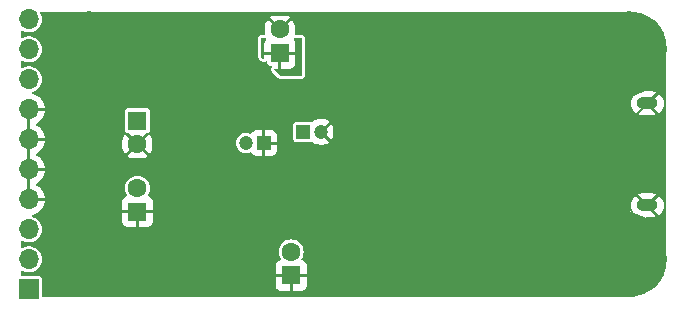
<source format=gbr>
%TF.GenerationSoftware,KiCad,Pcbnew,7.0.6*%
%TF.CreationDate,2024-03-05T13:52:18+08:00*%
%TF.ProjectId,TypeC2DoubleVoltage,54797065-4332-4446-9f75-626c65566f6c,rev?*%
%TF.SameCoordinates,Original*%
%TF.FileFunction,Copper,L2,Bot*%
%TF.FilePolarity,Positive*%
%FSLAX46Y46*%
G04 Gerber Fmt 4.6, Leading zero omitted, Abs format (unit mm)*
G04 Created by KiCad (PCBNEW 7.0.6) date 2024-03-05 13:52:18*
%MOMM*%
%LPD*%
G01*
G04 APERTURE LIST*
%TA.AperFunction,ComponentPad*%
%ADD10R,1.200000X1.200000*%
%TD*%
%TA.AperFunction,ComponentPad*%
%ADD11C,1.200000*%
%TD*%
%TA.AperFunction,ComponentPad*%
%ADD12C,6.400000*%
%TD*%
%TA.AperFunction,ComponentPad*%
%ADD13R,1.600000X1.600000*%
%TD*%
%TA.AperFunction,ComponentPad*%
%ADD14C,1.600000*%
%TD*%
%TA.AperFunction,ComponentPad*%
%ADD15O,1.800000X1.000000*%
%TD*%
%TA.AperFunction,ComponentPad*%
%ADD16R,1.700000X1.700000*%
%TD*%
%TA.AperFunction,ComponentPad*%
%ADD17O,1.700000X1.700000*%
%TD*%
%TA.AperFunction,ViaPad*%
%ADD18C,0.812800*%
%TD*%
G04 APERTURE END LIST*
D10*
%TO.P,C10,1*%
%TO.N,Net-(U2-ADJ)*%
X94690000Y-88520000D03*
D11*
%TO.P,C10,2*%
%TO.N,GNDREF*%
X96190000Y-88520000D03*
%TD*%
D12*
%TO.P,H2,1,1*%
%TO.N,GNDREF*%
X76505000Y-99315000D03*
%TD*%
D13*
%TO.P,C19,1*%
%TO.N,GNDREF*%
X93650000Y-100680000D03*
D14*
%TO.P,C19,2*%
%TO.N,/U4_Vin*%
X93650000Y-98680000D03*
%TD*%
D13*
%TO.P,C8,1*%
%TO.N,/U2_Vin*%
X92697500Y-81852500D03*
D14*
%TO.P,C8,2*%
%TO.N,GNDREF*%
X92697500Y-79852500D03*
%TD*%
D15*
%TO.P,J1,S1,SHIELD*%
%TO.N,GNDREF*%
X120002500Y-94745000D03*
X123802500Y-94745000D03*
X120002500Y-86105000D03*
X123802500Y-86105000D03*
%TD*%
D13*
%TO.P,C11,1*%
%TO.N,+12V*%
X80632500Y-87567500D03*
D14*
%TO.P,C11,2*%
%TO.N,GNDREF*%
X80632500Y-89567500D03*
%TD*%
D12*
%TO.P,H4,1,1*%
%TO.N,GNDREF*%
X122225000Y-99315000D03*
%TD*%
%TO.P,H1,1,1*%
%TO.N,GNDREF*%
X76505000Y-81535000D03*
%TD*%
D13*
%TO.P,C22,1*%
%TO.N,GNDREF*%
X80632500Y-95282500D03*
D14*
%TO.P,C22,2*%
%TO.N,-12V*%
X80632500Y-93282500D03*
%TD*%
D16*
%TO.P,J2,1,Pin_1*%
%TO.N,-12V*%
X71425000Y-101855000D03*
D17*
%TO.P,J2,2,Pin_2*%
X71425000Y-99315000D03*
%TO.P,J2,3,Pin_3*%
X71425000Y-96775000D03*
%TO.P,J2,4,Pin_4*%
%TO.N,GNDREF*%
X71425000Y-94235000D03*
%TO.P,J2,5,Pin_5*%
X71425000Y-91695000D03*
%TO.P,J2,6,Pin_6*%
X71425000Y-89155000D03*
%TO.P,J2,7,Pin_7*%
X71425000Y-86615000D03*
%TO.P,J2,8,Pin_8*%
%TO.N,+12V*%
X71425000Y-84075000D03*
%TO.P,J2,9,Pin_9*%
X71425000Y-81535000D03*
%TO.P,J2,10,Pin_10*%
X71425000Y-78995000D03*
%TD*%
D10*
%TO.P,C21,1*%
%TO.N,GNDREF*%
X91340000Y-89472500D03*
D11*
%TO.P,C21,2*%
%TO.N,Net-(U4-ADJ)*%
X89840000Y-89472500D03*
%TD*%
D12*
%TO.P,H3,1,1*%
%TO.N,GNDREF*%
X122225000Y-81535000D03*
%TD*%
D18*
%TO.N,GNDREF*%
X89205000Y-101855000D03*
X103175000Y-78995000D03*
X77775000Y-85345000D03*
X76505000Y-89155000D03*
X85395000Y-78995000D03*
X99365000Y-90425000D03*
X89205000Y-78995000D03*
X81585000Y-99315000D03*
X117145000Y-101855000D03*
X118415000Y-78995000D03*
X82855000Y-101855000D03*
X80315000Y-99315000D03*
X100635000Y-78995000D03*
X75235000Y-85345000D03*
X110160000Y-88520000D03*
X94285000Y-91695000D03*
X79045000Y-91695000D03*
X82855000Y-98045000D03*
X77140000Y-94870000D03*
X89205000Y-87885000D03*
X114605000Y-78995000D03*
X118415000Y-101855000D03*
X90475000Y-87885000D03*
X99365000Y-78995000D03*
X90475000Y-101855000D03*
X75235000Y-91695000D03*
X113335000Y-101855000D03*
X91745000Y-91695000D03*
X106985000Y-101855000D03*
X81585000Y-101855000D03*
X81585000Y-100585000D03*
X110795000Y-101855000D03*
X93015000Y-90425000D03*
X104445000Y-78995000D03*
X86665000Y-78995000D03*
X105715000Y-78995000D03*
X81585000Y-78995000D03*
X96825000Y-90425000D03*
X101905000Y-91060000D03*
X115875000Y-78995000D03*
X101905000Y-78995000D03*
X91745000Y-87885000D03*
X109525000Y-78995000D03*
X85395000Y-87885000D03*
X76505000Y-91695000D03*
X75235000Y-90425000D03*
X82855000Y-89155000D03*
X80315000Y-78995000D03*
X82855000Y-96775000D03*
X73965000Y-89155000D03*
X108255000Y-101855000D03*
X109525000Y-101855000D03*
X124765000Y-92965000D03*
X103175000Y-80265000D03*
X80315000Y-100585000D03*
X94285000Y-78995000D03*
X76505000Y-85345000D03*
X95555000Y-78995000D03*
X101905000Y-81535000D03*
X91745000Y-101855000D03*
X114528800Y-90425000D03*
X108890000Y-87250000D03*
X78410000Y-94870000D03*
X124765000Y-89155000D03*
X93015000Y-91695000D03*
X73965000Y-90425000D03*
X105715000Y-101855000D03*
X90475000Y-78995000D03*
X95555000Y-90425000D03*
X104445000Y-101855000D03*
X115875000Y-101855000D03*
X100635000Y-101855000D03*
X124765000Y-91695000D03*
X110795000Y-78995000D03*
X77775000Y-91695000D03*
X82855000Y-100585000D03*
X124765000Y-90425000D03*
X100635000Y-91060000D03*
X85395000Y-101855000D03*
X86665000Y-101855000D03*
X101905000Y-80265000D03*
X79045000Y-84075000D03*
X79045000Y-90425000D03*
X85395000Y-89155000D03*
X82855000Y-99315000D03*
X73965000Y-91695000D03*
X86665000Y-87885000D03*
X87935000Y-101855000D03*
X77775000Y-90425000D03*
X75235000Y-89155000D03*
X82855000Y-95505000D03*
X98095000Y-90425000D03*
X84125000Y-87885000D03*
X95555000Y-101855000D03*
X87935000Y-87885000D03*
X77775000Y-89155000D03*
X80315000Y-101855000D03*
X124765000Y-87885000D03*
X84125000Y-101855000D03*
X80315000Y-98045000D03*
X108255000Y-78995000D03*
X87935000Y-78995000D03*
X84125000Y-78995000D03*
X76505000Y-90425000D03*
X98095000Y-78995000D03*
X106985000Y-78995000D03*
X113335000Y-78995000D03*
X95555000Y-91695000D03*
X79045000Y-85345000D03*
X84125000Y-89155000D03*
X103175000Y-101855000D03*
X108890000Y-88520000D03*
X75870000Y-94870000D03*
X82855000Y-78995000D03*
X101905000Y-101855000D03*
X94285000Y-90425000D03*
X81585000Y-98045000D03*
X82855000Y-87885000D03*
X96825000Y-78995000D03*
X112065000Y-78995000D03*
%TD*%
%TA.AperFunction,Conductor*%
%TO.N,GNDREF*%
G36*
X79764039Y-93921658D02*
G01*
X79741287Y-93967793D01*
X79715566Y-93983929D01*
X79586536Y-94032055D01*
X79586534Y-94032056D01*
X79469596Y-94119596D01*
X79382056Y-94236534D01*
X79382055Y-94236536D01*
X79331005Y-94373404D01*
X79331004Y-94373407D01*
X79324500Y-94433906D01*
X79324500Y-95155500D01*
X80248279Y-95155500D01*
X80247335Y-95157352D01*
X80227514Y-95282500D01*
X80247335Y-95407648D01*
X80248279Y-95409500D01*
X79324500Y-95409500D01*
X79324500Y-96131093D01*
X79331004Y-96191592D01*
X79331005Y-96191595D01*
X79382055Y-96328463D01*
X79382056Y-96328465D01*
X79469596Y-96445403D01*
X79586534Y-96532943D01*
X79586536Y-96532944D01*
X79723404Y-96583994D01*
X79723407Y-96583995D01*
X79783906Y-96590499D01*
X79783918Y-96590500D01*
X80505500Y-96590500D01*
X80505500Y-95666721D01*
X80507352Y-95667665D01*
X80601019Y-95682500D01*
X80663981Y-95682500D01*
X80757648Y-95667665D01*
X80759500Y-95666721D01*
X80759500Y-96590500D01*
X81481082Y-96590500D01*
X81481093Y-96590499D01*
X81541592Y-96583995D01*
X81541595Y-96583994D01*
X81678463Y-96532944D01*
X81678465Y-96532943D01*
X81795403Y-96445403D01*
X81882943Y-96328465D01*
X81882944Y-96328463D01*
X81933994Y-96191595D01*
X81933995Y-96191592D01*
X81940499Y-96131093D01*
X81940500Y-96131081D01*
X81940500Y-95409500D01*
X81016721Y-95409500D01*
X81017665Y-95407648D01*
X81037486Y-95282500D01*
X81017665Y-95157352D01*
X81016721Y-95155500D01*
X81940500Y-95155500D01*
X81940500Y-94433918D01*
X81940499Y-94433906D01*
X81933995Y-94373407D01*
X81933994Y-94373404D01*
X81882944Y-94236536D01*
X81882943Y-94236534D01*
X81795403Y-94119596D01*
X81678465Y-94032056D01*
X81678463Y-94032055D01*
X81549433Y-93983929D01*
X81510292Y-93950552D01*
X81504734Y-93917500D01*
X82220000Y-93917500D01*
X82220000Y-96775000D01*
X79045000Y-96775000D01*
X79045000Y-93917500D01*
X79763022Y-93917500D01*
X79764039Y-93921658D01*
G37*
%TD.AperFunction*%
%TD*%
%TA.AperFunction,Conductor*%
%TO.N,GNDREF*%
G36*
X122225981Y-78360552D02*
G01*
X122359350Y-78367540D01*
X122554874Y-78377787D01*
X122558762Y-78378196D01*
X122883079Y-78429563D01*
X122886916Y-78430379D01*
X123204074Y-78515362D01*
X123207809Y-78516575D01*
X123514361Y-78634250D01*
X123517933Y-78635840D01*
X123810498Y-78784909D01*
X123813904Y-78786877D01*
X124089272Y-78965704D01*
X124092446Y-78968009D01*
X124309974Y-79144159D01*
X124347625Y-79174648D01*
X124350541Y-79177273D01*
X124582725Y-79409457D01*
X124585351Y-79412374D01*
X124791988Y-79667549D01*
X124794295Y-79670727D01*
X124973122Y-79946095D01*
X124975092Y-79949505D01*
X125124157Y-80242063D01*
X125125753Y-80245647D01*
X125221001Y-80493775D01*
X125243420Y-80552179D01*
X125244637Y-80555925D01*
X125329620Y-80873083D01*
X125330439Y-80876935D01*
X125381801Y-81201224D01*
X125382213Y-81205141D01*
X125399447Y-81534016D01*
X125399499Y-81535984D01*
X125399499Y-84339792D01*
X122225000Y-85662500D01*
X122225000Y-95187500D01*
X125399499Y-96510208D01*
X125399500Y-99243395D01*
X125399500Y-99314013D01*
X125399448Y-99315982D01*
X125382213Y-99644858D01*
X125381801Y-99648775D01*
X125330439Y-99973064D01*
X125329620Y-99976916D01*
X125244637Y-100294074D01*
X125243420Y-100297820D01*
X125125759Y-100604339D01*
X125124157Y-100607936D01*
X124975092Y-100900494D01*
X124973122Y-100903904D01*
X124794295Y-101179272D01*
X124791981Y-101182459D01*
X124585351Y-101437625D01*
X124582716Y-101440552D01*
X124350552Y-101672716D01*
X124347625Y-101675351D01*
X124092459Y-101881981D01*
X124089272Y-101884295D01*
X123813904Y-102063122D01*
X123810494Y-102065092D01*
X123517936Y-102214157D01*
X123514345Y-102215756D01*
X123361079Y-102274589D01*
X123207820Y-102333420D01*
X123204074Y-102334637D01*
X122886916Y-102419620D01*
X122883064Y-102420439D01*
X122558775Y-102471801D01*
X122554858Y-102472213D01*
X122225982Y-102489448D01*
X122224013Y-102489500D01*
X72604700Y-102489500D01*
X72556362Y-102471907D01*
X72530642Y-102427358D01*
X72529500Y-102414300D01*
X72529500Y-102172500D01*
X92062500Y-102172500D01*
X95237500Y-102172500D01*
X95237500Y-99315000D01*
X94493016Y-99315000D01*
X94531027Y-99268683D01*
X94628945Y-99085492D01*
X94689242Y-98886718D01*
X94709602Y-98680000D01*
X94689242Y-98473282D01*
X94628945Y-98274508D01*
X94531027Y-98091317D01*
X94531023Y-98091312D01*
X94531021Y-98091309D01*
X94399252Y-97930747D01*
X94238690Y-97798978D01*
X94238685Y-97798974D01*
X94238683Y-97798973D01*
X94238680Y-97798971D01*
X94238678Y-97798970D01*
X94055497Y-97701057D01*
X94055485Y-97701052D01*
X93856715Y-97640757D01*
X93856716Y-97640757D01*
X93672583Y-97622622D01*
X93650000Y-97620398D01*
X93649999Y-97620398D01*
X93443283Y-97640757D01*
X93244514Y-97701052D01*
X93244502Y-97701057D01*
X93061321Y-97798970D01*
X93061309Y-97798978D01*
X92900747Y-97930747D01*
X92768978Y-98091309D01*
X92768970Y-98091321D01*
X92671057Y-98274502D01*
X92671052Y-98274514D01*
X92610757Y-98473283D01*
X92590398Y-98680000D01*
X92610757Y-98886716D01*
X92671052Y-99085485D01*
X92671057Y-99085497D01*
X92768970Y-99268678D01*
X92768978Y-99268690D01*
X92806983Y-99315000D01*
X92062500Y-99315000D01*
X92062500Y-102172500D01*
X72529500Y-102172500D01*
X72529499Y-100979932D01*
X72529498Y-100979931D01*
X72514734Y-100905699D01*
X72458484Y-100821516D01*
X72374301Y-100765266D01*
X72374299Y-100765265D01*
X72300068Y-100750500D01*
X72300067Y-100750500D01*
X70865700Y-100750500D01*
X70817362Y-100732907D01*
X70791642Y-100688358D01*
X70790500Y-100675300D01*
X70790500Y-100356224D01*
X70808093Y-100307886D01*
X70852642Y-100282166D01*
X70903300Y-100291099D01*
X70905289Y-100292289D01*
X70930566Y-100307941D01*
X70930569Y-100307941D01*
X70930573Y-100307944D01*
X71121444Y-100381888D01*
X71322653Y-100419500D01*
X71322658Y-100419500D01*
X71527342Y-100419500D01*
X71527347Y-100419500D01*
X71728556Y-100381888D01*
X71919427Y-100307944D01*
X72093462Y-100200186D01*
X72244732Y-100062285D01*
X72368088Y-99898935D01*
X72459328Y-99715701D01*
X72515345Y-99518821D01*
X72534232Y-99315000D01*
X72515345Y-99111179D01*
X72515343Y-99111173D01*
X72515343Y-99111170D01*
X72459330Y-98914307D01*
X72459328Y-98914299D01*
X72445593Y-98886716D01*
X72368090Y-98731068D01*
X72244735Y-98567718D01*
X72244732Y-98567715D01*
X72093464Y-98429815D01*
X71919430Y-98322057D01*
X71728557Y-98248112D01*
X71695021Y-98241843D01*
X71527347Y-98210500D01*
X71322653Y-98210500D01*
X71188513Y-98235574D01*
X71121442Y-98248112D01*
X70930570Y-98322057D01*
X70930568Y-98322057D01*
X70905288Y-98337711D01*
X70854928Y-98348200D01*
X70809609Y-98323864D01*
X70790536Y-98276091D01*
X70790500Y-98273775D01*
X70790500Y-97816224D01*
X70808093Y-97767886D01*
X70852642Y-97742166D01*
X70903300Y-97751099D01*
X70905289Y-97752289D01*
X70930566Y-97767941D01*
X70930569Y-97767941D01*
X70930573Y-97767944D01*
X71121444Y-97841888D01*
X71322653Y-97879500D01*
X71322658Y-97879500D01*
X71527342Y-97879500D01*
X71527347Y-97879500D01*
X71728556Y-97841888D01*
X71919427Y-97767944D01*
X72093462Y-97660186D01*
X72244732Y-97522285D01*
X72368088Y-97358935D01*
X72459328Y-97175701D01*
X72515345Y-96978821D01*
X72534232Y-96775000D01*
X79045000Y-96775000D01*
X82220000Y-96775000D01*
X82220000Y-93917500D01*
X81475516Y-93917500D01*
X81513527Y-93871183D01*
X81611445Y-93687992D01*
X81671742Y-93489218D01*
X81692102Y-93282500D01*
X81671742Y-93075782D01*
X81611445Y-92877008D01*
X81513527Y-92693817D01*
X81513523Y-92693812D01*
X81513521Y-92693809D01*
X81381752Y-92533247D01*
X81221190Y-92401478D01*
X81221185Y-92401474D01*
X81221183Y-92401473D01*
X81221180Y-92401471D01*
X81221178Y-92401470D01*
X81037997Y-92303557D01*
X81037985Y-92303552D01*
X80839215Y-92243257D01*
X80839216Y-92243257D01*
X80655083Y-92225122D01*
X80632500Y-92222898D01*
X80632499Y-92222898D01*
X80425783Y-92243257D01*
X80227014Y-92303552D01*
X80227002Y-92303557D01*
X80043821Y-92401470D01*
X80043809Y-92401478D01*
X79883247Y-92533247D01*
X79751478Y-92693809D01*
X79751470Y-92693821D01*
X79653557Y-92877002D01*
X79653552Y-92877014D01*
X79593257Y-93075783D01*
X79572898Y-93282500D01*
X79593257Y-93489216D01*
X79653552Y-93687985D01*
X79653557Y-93687997D01*
X79751470Y-93871178D01*
X79751478Y-93871190D01*
X79789483Y-93917500D01*
X79045000Y-93917500D01*
X79045000Y-96775000D01*
X72534232Y-96775000D01*
X72515345Y-96571179D01*
X72515343Y-96571173D01*
X72515343Y-96571170D01*
X72459330Y-96374307D01*
X72459328Y-96374299D01*
X72456450Y-96368520D01*
X72368090Y-96191068D01*
X72244735Y-96027718D01*
X72244732Y-96027715D01*
X72093464Y-95889815D01*
X71984747Y-95822500D01*
X73330000Y-95822500D01*
X73330000Y-90742500D01*
X79362500Y-90742500D01*
X81902500Y-90742500D01*
X81902500Y-89472499D01*
X88980793Y-89472499D01*
X88999568Y-89651135D01*
X89055076Y-89821973D01*
X89144886Y-89977529D01*
X89265079Y-90111016D01*
X89265084Y-90111020D01*
X89410394Y-90216594D01*
X89410395Y-90216594D01*
X89410396Y-90216595D01*
X89574490Y-90289654D01*
X89750188Y-90327000D01*
X89750190Y-90327000D01*
X89929810Y-90327000D01*
X89929812Y-90327000D01*
X90105510Y-90289654D01*
X90157500Y-90266506D01*
X90157500Y-90742500D01*
X92697500Y-90742500D01*
X92697500Y-89145067D01*
X93835500Y-89145067D01*
X93835501Y-89145068D01*
X93850266Y-89219301D01*
X93906516Y-89303484D01*
X93990699Y-89359734D01*
X94064933Y-89374500D01*
X94690000Y-89374499D01*
X94690000Y-90107500D01*
X97230000Y-90107500D01*
X97230000Y-86932500D01*
X94690000Y-86932500D01*
X94690000Y-87665500D01*
X94064932Y-87665500D01*
X94064931Y-87665501D01*
X93990699Y-87680266D01*
X93906516Y-87736516D01*
X93850266Y-87820698D01*
X93850265Y-87820700D01*
X93835500Y-87894932D01*
X93835500Y-89145067D01*
X92697500Y-89145067D01*
X92697500Y-88202500D01*
X90157500Y-88202500D01*
X90157500Y-88678492D01*
X90105513Y-88655347D01*
X90105511Y-88655346D01*
X90105510Y-88655346D01*
X89929812Y-88618000D01*
X89750188Y-88618000D01*
X89662339Y-88636672D01*
X89574488Y-88655346D01*
X89410393Y-88728406D01*
X89265084Y-88833979D01*
X89265079Y-88833983D01*
X89144886Y-88967470D01*
X89055076Y-89123026D01*
X88999568Y-89293864D01*
X88980793Y-89472499D01*
X81902500Y-89472499D01*
X81902500Y-88202500D01*
X81687000Y-88202500D01*
X81686999Y-86742434D01*
X81672234Y-86668199D01*
X81615984Y-86584016D01*
X81531801Y-86527766D01*
X81531799Y-86527765D01*
X81457567Y-86513000D01*
X79807432Y-86513000D01*
X79807431Y-86513001D01*
X79733199Y-86527766D01*
X79649016Y-86584016D01*
X79592766Y-86668198D01*
X79592765Y-86668200D01*
X79578000Y-86742432D01*
X79578000Y-88202500D01*
X79362500Y-88202500D01*
X79362500Y-90742500D01*
X73330000Y-90742500D01*
X73330000Y-85027500D01*
X71984746Y-85027500D01*
X72093462Y-84960186D01*
X72244732Y-84822285D01*
X72368088Y-84658935D01*
X72459328Y-84475701D01*
X72515345Y-84278821D01*
X72534232Y-84075000D01*
X72515345Y-83871179D01*
X72515343Y-83871173D01*
X72515343Y-83871170D01*
X72477815Y-83739274D01*
X72459328Y-83674299D01*
X72456450Y-83668520D01*
X72368090Y-83491068D01*
X72244735Y-83327718D01*
X72244732Y-83327715D01*
X72093464Y-83189815D01*
X71919430Y-83082057D01*
X71728557Y-83008112D01*
X71695021Y-83001843D01*
X71527347Y-82970500D01*
X71322653Y-82970500D01*
X71188513Y-82995574D01*
X71121442Y-83008112D01*
X70930570Y-83082057D01*
X70930568Y-83082057D01*
X70905288Y-83097711D01*
X70854928Y-83108200D01*
X70809609Y-83083864D01*
X70790536Y-83036091D01*
X70790500Y-83033775D01*
X70790500Y-82576224D01*
X70808093Y-82527886D01*
X70852642Y-82502166D01*
X70903300Y-82511099D01*
X70905289Y-82512289D01*
X70930566Y-82527941D01*
X70930569Y-82527941D01*
X70930573Y-82527944D01*
X71121444Y-82601888D01*
X71322653Y-82639500D01*
X71322658Y-82639500D01*
X71527342Y-82639500D01*
X71527347Y-82639500D01*
X71728556Y-82601888D01*
X71919427Y-82527944D01*
X72093462Y-82420186D01*
X72244732Y-82282285D01*
X72348774Y-82144511D01*
X90850500Y-82144511D01*
X90851033Y-82156719D01*
X90851033Y-82156729D01*
X90875101Y-82255078D01*
X90896841Y-82301698D01*
X90896842Y-82301699D01*
X90896844Y-82301703D01*
X90948527Y-82375514D01*
X90948531Y-82375519D01*
X90948532Y-82375520D01*
X91083638Y-82510626D01*
X91084178Y-82511099D01*
X91096416Y-82521832D01*
X91096417Y-82521832D01*
X91118720Y-82538948D01*
X91137265Y-82551933D01*
X91137268Y-82551935D01*
X91231635Y-82588634D01*
X91282293Y-82597567D01*
X91359642Y-82599255D01*
X91361227Y-82599290D01*
X91361227Y-82599289D01*
X91361228Y-82599290D01*
X91457107Y-82566744D01*
X91501656Y-82541024D01*
X91520731Y-82525714D01*
X91569439Y-82509179D01*
X91617381Y-82527821D01*
X91642124Y-82572919D01*
X91643000Y-82584360D01*
X91643000Y-82677567D01*
X91643001Y-82677568D01*
X91657766Y-82751801D01*
X91714016Y-82835984D01*
X91798199Y-82892234D01*
X91872433Y-82907000D01*
X91960558Y-82906999D01*
X92008894Y-82924592D01*
X92034614Y-82969140D01*
X92025683Y-83019798D01*
X92018318Y-83029183D01*
X92018463Y-83029289D01*
X92014573Y-83034593D01*
X91969791Y-83125400D01*
X91969790Y-83125402D01*
X91956480Y-83175075D01*
X91956476Y-83175093D01*
X91947881Y-83253580D01*
X91971946Y-83351917D01*
X91971948Y-83351922D01*
X91971949Y-83351926D01*
X91993689Y-83398546D01*
X91993690Y-83398547D01*
X91993692Y-83398551D01*
X92045375Y-83472362D01*
X92045386Y-83472375D01*
X92344064Y-83771052D01*
X92495967Y-83922955D01*
X92504959Y-83931198D01*
X92504996Y-83931232D01*
X92591558Y-83983758D01*
X92639896Y-84001351D01*
X92728643Y-84016999D01*
X92728644Y-84017000D01*
X92728648Y-84017000D01*
X94532961Y-84017000D01*
X94544271Y-84016506D01*
X94562966Y-84014872D01*
X94568270Y-84014290D01*
X94574228Y-84013638D01*
X94670107Y-83981092D01*
X94714656Y-83955372D01*
X94776232Y-83905952D01*
X94828758Y-83819390D01*
X94846351Y-83771052D01*
X94861999Y-83682304D01*
X94862000Y-83682304D01*
X94862000Y-80652039D01*
X94861506Y-80640729D01*
X94859872Y-80622034D01*
X94859254Y-80616402D01*
X94858638Y-80610772D01*
X94835313Y-80542057D01*
X94826094Y-80514898D01*
X94826093Y-80514896D01*
X94826092Y-80514893D01*
X94800372Y-80470344D01*
X94750952Y-80408768D01*
X94750951Y-80408767D01*
X94664391Y-80356242D01*
X94664381Y-80356238D01*
X94616053Y-80338649D01*
X94527304Y-80323000D01*
X94527300Y-80323000D01*
X93967500Y-80323000D01*
X93967500Y-78677500D01*
X91427500Y-78677500D01*
X91427500Y-80323000D01*
X91179540Y-80323000D01*
X91179539Y-80323000D01*
X91168229Y-80323494D01*
X91149534Y-80325128D01*
X91138271Y-80326362D01*
X91138270Y-80326362D01*
X91042398Y-80358905D01*
X90997844Y-80384628D01*
X90936267Y-80434048D01*
X90883742Y-80520608D01*
X90883738Y-80520618D01*
X90866149Y-80568945D01*
X90866149Y-80568947D01*
X90850500Y-80657695D01*
X90850500Y-80657699D01*
X90850500Y-80657700D01*
X90850500Y-82144511D01*
X72348774Y-82144511D01*
X72368088Y-82118935D01*
X72459328Y-81935701D01*
X72515345Y-81738821D01*
X72534232Y-81535000D01*
X72515345Y-81331179D01*
X72515343Y-81331173D01*
X72515343Y-81331170D01*
X72459330Y-81134307D01*
X72459328Y-81134299D01*
X72369646Y-80954193D01*
X72368090Y-80951068D01*
X72244735Y-80787718D01*
X72244732Y-80787715D01*
X72093464Y-80649815D01*
X71919430Y-80542057D01*
X71728557Y-80468112D01*
X71695021Y-80461843D01*
X71527347Y-80430500D01*
X71322653Y-80430500D01*
X71188513Y-80455574D01*
X71121442Y-80468112D01*
X70930570Y-80542057D01*
X70930568Y-80542057D01*
X70905288Y-80557711D01*
X70854928Y-80568200D01*
X70809609Y-80543864D01*
X70790536Y-80496091D01*
X70790500Y-80493775D01*
X70790500Y-80036224D01*
X70808093Y-79987886D01*
X70852642Y-79962166D01*
X70903300Y-79971099D01*
X70905289Y-79972289D01*
X70930566Y-79987941D01*
X70930569Y-79987941D01*
X70930573Y-79987944D01*
X71121444Y-80061888D01*
X71322653Y-80099500D01*
X71322658Y-80099500D01*
X71527342Y-80099500D01*
X71527347Y-80099500D01*
X71728556Y-80061888D01*
X71919427Y-79987944D01*
X72093462Y-79880186D01*
X72244732Y-79742285D01*
X72368088Y-79578935D01*
X72459328Y-79395701D01*
X72515345Y-79198821D01*
X72534232Y-78995000D01*
X72515345Y-78791179D01*
X72515343Y-78791173D01*
X72515343Y-78791170D01*
X72459330Y-78594307D01*
X72459328Y-78594299D01*
X72397046Y-78469220D01*
X72391249Y-78418107D01*
X72419662Y-78375227D01*
X72464362Y-78360500D01*
X122153396Y-78360500D01*
X122224013Y-78360500D01*
X122225981Y-78360552D01*
G37*
%TD.AperFunction*%
%TD*%
%TA.AperFunction,Conductor*%
%TO.N,GNDREF*%
G36*
X92697500Y-90742500D02*
G01*
X90157500Y-90742500D01*
X90157500Y-90266506D01*
X90181042Y-90256024D01*
X90232355Y-90252436D01*
X90273971Y-90282671D01*
X90282086Y-90298441D01*
X90289553Y-90318461D01*
X90289556Y-90318465D01*
X90377096Y-90435403D01*
X90494034Y-90522943D01*
X90494036Y-90522944D01*
X90630904Y-90573994D01*
X90630907Y-90573995D01*
X90691406Y-90580499D01*
X90691418Y-90580500D01*
X91213000Y-90580500D01*
X91213000Y-89745026D01*
X91283920Y-89772500D01*
X91367802Y-89772500D01*
X91450250Y-89757088D01*
X91467000Y-89746716D01*
X91467000Y-90580500D01*
X91988582Y-90580500D01*
X91988593Y-90580499D01*
X92049092Y-90573995D01*
X92049095Y-90573994D01*
X92185963Y-90522944D01*
X92185965Y-90522943D01*
X92302903Y-90435403D01*
X92390443Y-90318465D01*
X92390444Y-90318463D01*
X92441494Y-90181595D01*
X92441495Y-90181592D01*
X92447999Y-90121093D01*
X92448000Y-90121082D01*
X92448000Y-89599500D01*
X91615773Y-89599500D01*
X91643895Y-89500660D01*
X91633546Y-89388979D01*
X91611896Y-89345500D01*
X92448000Y-89345500D01*
X92448000Y-88823917D01*
X92447999Y-88823906D01*
X92441495Y-88763407D01*
X92441494Y-88763404D01*
X92390444Y-88626536D01*
X92390443Y-88626534D01*
X92302903Y-88509596D01*
X92185965Y-88422056D01*
X92185963Y-88422055D01*
X92049095Y-88371005D01*
X92049092Y-88371004D01*
X91988593Y-88364500D01*
X91467000Y-88364500D01*
X91467000Y-89199973D01*
X91396080Y-89172500D01*
X91312198Y-89172500D01*
X91229750Y-89187912D01*
X91213000Y-89198283D01*
X91213000Y-88364500D01*
X90691406Y-88364500D01*
X90630907Y-88371004D01*
X90630904Y-88371005D01*
X90494036Y-88422055D01*
X90494034Y-88422056D01*
X90377096Y-88509596D01*
X90289556Y-88626534D01*
X90289551Y-88626542D01*
X90282085Y-88646559D01*
X90248707Y-88685699D01*
X90197979Y-88694227D01*
X90181045Y-88688976D01*
X90165833Y-88682203D01*
X90157500Y-88678493D01*
X90157500Y-88202500D01*
X92697500Y-88202500D01*
X92697500Y-90742500D01*
G37*
%TD.AperFunction*%
%TD*%
%TA.AperFunction,Conductor*%
%TO.N,GNDREF*%
G36*
X92781539Y-99319158D02*
G01*
X92758787Y-99365293D01*
X92733066Y-99381429D01*
X92604036Y-99429555D01*
X92604034Y-99429556D01*
X92487096Y-99517096D01*
X92399556Y-99634034D01*
X92399555Y-99634036D01*
X92348505Y-99770904D01*
X92348504Y-99770907D01*
X92342000Y-99831406D01*
X92342000Y-100553000D01*
X93265779Y-100553000D01*
X93264835Y-100554852D01*
X93245014Y-100680000D01*
X93264835Y-100805148D01*
X93265779Y-100807000D01*
X92342000Y-100807000D01*
X92342000Y-101528593D01*
X92348504Y-101589092D01*
X92348505Y-101589095D01*
X92399555Y-101725963D01*
X92399556Y-101725965D01*
X92487096Y-101842903D01*
X92604034Y-101930443D01*
X92604036Y-101930444D01*
X92740904Y-101981494D01*
X92740907Y-101981495D01*
X92801406Y-101987999D01*
X92801418Y-101988000D01*
X93523000Y-101988000D01*
X93523000Y-101064221D01*
X93524852Y-101065165D01*
X93618519Y-101080000D01*
X93681481Y-101080000D01*
X93775148Y-101065165D01*
X93777000Y-101064221D01*
X93777000Y-101988000D01*
X94498582Y-101988000D01*
X94498593Y-101987999D01*
X94559092Y-101981495D01*
X94559095Y-101981494D01*
X94695963Y-101930444D01*
X94695965Y-101930443D01*
X94812903Y-101842903D01*
X94900443Y-101725965D01*
X94900444Y-101725963D01*
X94951494Y-101589095D01*
X94951495Y-101589092D01*
X94957999Y-101528593D01*
X94958000Y-101528582D01*
X94958000Y-100807000D01*
X94034221Y-100807000D01*
X94035165Y-100805148D01*
X94054986Y-100680000D01*
X94035165Y-100554852D01*
X94034221Y-100553000D01*
X94958000Y-100553000D01*
X94958000Y-99831417D01*
X94957999Y-99831406D01*
X94951495Y-99770907D01*
X94951494Y-99770904D01*
X94900444Y-99634036D01*
X94900443Y-99634034D01*
X94812903Y-99517096D01*
X94695965Y-99429556D01*
X94695963Y-99429555D01*
X94566933Y-99381429D01*
X94527792Y-99348052D01*
X94522234Y-99315000D01*
X95237500Y-99315000D01*
X95237500Y-102172500D01*
X92062500Y-102172500D01*
X92062500Y-99315000D01*
X92780522Y-99315000D01*
X92781539Y-99319158D01*
G37*
%TD.AperFunction*%
%TD*%
%TA.AperFunction,Conductor*%
%TO.N,GNDREF*%
G36*
X125399499Y-96510208D02*
G01*
X123645278Y-95779282D01*
X123651001Y-95769759D01*
X123698326Y-95753000D01*
X124252012Y-95753000D01*
X124252025Y-95752999D01*
X124400100Y-95738415D01*
X124565987Y-95688092D01*
X124565987Y-95688091D01*
X123922895Y-95045000D01*
X124230302Y-95045000D01*
X124273945Y-95036841D01*
X124797658Y-95560554D01*
X124918715Y-95461209D01*
X125044670Y-95307731D01*
X125044678Y-95307719D01*
X125138273Y-95132616D01*
X125195915Y-94942599D01*
X125215376Y-94745000D01*
X125195915Y-94547400D01*
X125138273Y-94357383D01*
X125044678Y-94182280D01*
X125044670Y-94182268D01*
X124918715Y-94028790D01*
X124797659Y-93929443D01*
X124275534Y-94451568D01*
X124258580Y-94445000D01*
X123922896Y-94445000D01*
X124565988Y-93801905D01*
X124400100Y-93751584D01*
X124400101Y-93751584D01*
X124252025Y-93737000D01*
X123352974Y-93737000D01*
X123204898Y-93751584D01*
X123039010Y-93801905D01*
X123682104Y-94445000D01*
X123374698Y-94445000D01*
X123331053Y-94453158D01*
X122807339Y-93929443D01*
X122807338Y-93929443D01*
X122686287Y-94028787D01*
X122560329Y-94182268D01*
X122560321Y-94182280D01*
X122466726Y-94357383D01*
X122409084Y-94547400D01*
X122389623Y-94745000D01*
X122409084Y-94942599D01*
X122466726Y-95132616D01*
X122560321Y-95307719D01*
X122560329Y-95307731D01*
X122584634Y-95337347D01*
X122225000Y-95187500D01*
X122225000Y-85662500D01*
X122584634Y-85512652D01*
X122560324Y-85542274D01*
X122560321Y-85542280D01*
X122466726Y-85717383D01*
X122409084Y-85907400D01*
X122389623Y-86105000D01*
X122409084Y-86302599D01*
X122466726Y-86492616D01*
X122560321Y-86667719D01*
X122560329Y-86667731D01*
X122686284Y-86821209D01*
X122807339Y-86920555D01*
X123329463Y-86398431D01*
X123346420Y-86405000D01*
X123682104Y-86405000D01*
X123039011Y-87048091D01*
X123039011Y-87048092D01*
X123204901Y-87098415D01*
X123204900Y-87098415D01*
X123352974Y-87112999D01*
X123352988Y-87113000D01*
X124252012Y-87113000D01*
X124252025Y-87112999D01*
X124400100Y-87098415D01*
X124565987Y-87048092D01*
X124565987Y-87048091D01*
X123922896Y-86405000D01*
X124230302Y-86405000D01*
X124273945Y-86396841D01*
X124797658Y-86920554D01*
X124918715Y-86821209D01*
X125044670Y-86667731D01*
X125044678Y-86667719D01*
X125138273Y-86492616D01*
X125195915Y-86302599D01*
X125215376Y-86105000D01*
X125195915Y-85907400D01*
X125138273Y-85717383D01*
X125044678Y-85542280D01*
X125044670Y-85542268D01*
X124918715Y-85388790D01*
X124797659Y-85289443D01*
X124275533Y-85811567D01*
X124258580Y-85805000D01*
X123922895Y-85805000D01*
X124565988Y-85161905D01*
X124400100Y-85111584D01*
X124400101Y-85111584D01*
X124252025Y-85097000D01*
X123698326Y-85097000D01*
X123649988Y-85079407D01*
X123645030Y-85070820D01*
X125399499Y-84339791D01*
X125399499Y-96510208D01*
G37*
%TD.AperFunction*%
%TD*%
%TA.AperFunction,Conductor*%
%TO.N,/U2_Vin*%
G36*
X94575638Y-80600093D02*
G01*
X94601358Y-80644642D01*
X94602500Y-80657700D01*
X94602500Y-83682300D01*
X94584907Y-83730638D01*
X94540358Y-83756358D01*
X94527300Y-83757500D01*
X92728648Y-83757500D01*
X92680310Y-83739907D01*
X92675474Y-83735474D01*
X92228874Y-83288874D01*
X92207134Y-83242254D01*
X92220448Y-83192567D01*
X92262585Y-83163062D01*
X92282048Y-83160500D01*
X92570500Y-83160500D01*
X92570500Y-82236721D01*
X92572352Y-82237665D01*
X92666019Y-82252500D01*
X92728981Y-82252500D01*
X92822648Y-82237665D01*
X92824500Y-82236721D01*
X92824500Y-83160500D01*
X93546082Y-83160500D01*
X93546093Y-83160499D01*
X93606592Y-83153995D01*
X93606595Y-83153994D01*
X93743463Y-83102944D01*
X93743465Y-83102943D01*
X93860403Y-83015403D01*
X93947943Y-82898465D01*
X93947944Y-82898463D01*
X93998994Y-82761595D01*
X93998995Y-82761592D01*
X94005499Y-82701093D01*
X94005500Y-82701081D01*
X94005500Y-81979500D01*
X93081721Y-81979500D01*
X93082665Y-81977648D01*
X93102486Y-81852500D01*
X93082665Y-81727352D01*
X93081721Y-81725500D01*
X94005500Y-81725500D01*
X94005500Y-81003917D01*
X94005499Y-81003906D01*
X93998995Y-80943407D01*
X93998994Y-80943404D01*
X93947944Y-80806536D01*
X93947943Y-80806534D01*
X93870263Y-80702766D01*
X93855379Y-80653526D01*
X93875628Y-80606240D01*
X93921535Y-80583032D01*
X93930463Y-80582500D01*
X94527300Y-80582500D01*
X94575638Y-80600093D01*
G37*
%TD.AperFunction*%
%TA.AperFunction,Conductor*%
G36*
X91512875Y-80600093D02*
G01*
X91538595Y-80644642D01*
X91529662Y-80695300D01*
X91524737Y-80702766D01*
X91447056Y-80806534D01*
X91447055Y-80806536D01*
X91396005Y-80943404D01*
X91396004Y-80943407D01*
X91389500Y-81003906D01*
X91389500Y-81725500D01*
X92313279Y-81725500D01*
X92312335Y-81727352D01*
X92292514Y-81852500D01*
X92312335Y-81977648D01*
X92313279Y-81979500D01*
X91389500Y-81979500D01*
X91389500Y-82267952D01*
X91371907Y-82316290D01*
X91327358Y-82342010D01*
X91276700Y-82333077D01*
X91261126Y-82321126D01*
X91132026Y-82192026D01*
X91110286Y-82145406D01*
X91110000Y-82138852D01*
X91110000Y-80657700D01*
X91127593Y-80609362D01*
X91172142Y-80583642D01*
X91185200Y-80582500D01*
X91464537Y-80582500D01*
X91512875Y-80600093D01*
G37*
%TD.AperFunction*%
%TD*%
%TA.AperFunction,Conductor*%
%TO.N,GNDREF*%
G36*
X80304859Y-89805545D02*
G01*
X80394455Y-89895141D01*
X80454081Y-89925522D01*
X79798973Y-90580630D01*
X79798974Y-90580631D01*
X79976004Y-90704589D01*
X79976004Y-90704590D01*
X80057303Y-90742500D01*
X79362500Y-90742500D01*
X79362500Y-89881516D01*
X79398687Y-90016570D01*
X79398688Y-90016574D01*
X79495410Y-90223995D01*
X79619367Y-90401024D01*
X79619368Y-90401025D01*
X80274476Y-89745916D01*
X80304859Y-89805545D01*
G37*
%TD.AperFunction*%
%TA.AperFunction,Conductor*%
G36*
X81645630Y-90401025D02*
G01*
X81645631Y-90401024D01*
X81769589Y-90223995D01*
X81769590Y-90223995D01*
X81866311Y-90016574D01*
X81866312Y-90016570D01*
X81902500Y-89881516D01*
X81902500Y-90742500D01*
X81207697Y-90742500D01*
X81288995Y-90704590D01*
X81288995Y-90704589D01*
X81466024Y-90580631D01*
X81466025Y-90580630D01*
X80810918Y-89925522D01*
X80870545Y-89895141D01*
X80960141Y-89805545D01*
X80990522Y-89745917D01*
X81645630Y-90401025D01*
G37*
%TD.AperFunction*%
%TA.AperFunction,Conductor*%
G36*
X79578001Y-88392566D02*
G01*
X79592766Y-88466801D01*
X79649016Y-88550984D01*
X79733199Y-88607234D01*
X79807433Y-88622000D01*
X79835457Y-88621999D01*
X79883793Y-88639591D01*
X79888631Y-88644025D01*
X80454082Y-89209477D01*
X80394455Y-89239859D01*
X80304859Y-89329455D01*
X80274477Y-89389082D01*
X79619368Y-88733973D01*
X79619367Y-88733974D01*
X79495408Y-88911007D01*
X79398688Y-89118425D01*
X79398687Y-89118429D01*
X79362500Y-89253482D01*
X79362500Y-88202500D01*
X79578001Y-88202500D01*
X79578001Y-88392566D01*
G37*
%TD.AperFunction*%
%TA.AperFunction,Conductor*%
G36*
X81902500Y-89253482D02*
G01*
X81866312Y-89118429D01*
X81866311Y-89118425D01*
X81769589Y-88911004D01*
X81645631Y-88733974D01*
X81645630Y-88733973D01*
X80990522Y-89389081D01*
X80960141Y-89329455D01*
X80870545Y-89239859D01*
X80810917Y-89209477D01*
X81376369Y-88644025D01*
X81422989Y-88622285D01*
X81429542Y-88621999D01*
X81457566Y-88621999D01*
X81457568Y-88621999D01*
X81457568Y-88621998D01*
X81531801Y-88607234D01*
X81615984Y-88550984D01*
X81672234Y-88466801D01*
X81687000Y-88392567D01*
X81687000Y-88202500D01*
X81902500Y-88202500D01*
X81902500Y-89253482D01*
G37*
%TD.AperFunction*%
%TD*%
%TA.AperFunction,Conductor*%
%TO.N,GNDREF*%
G36*
X73330000Y-95822500D02*
G01*
X71984747Y-95822500D01*
X71919430Y-95782057D01*
X71728554Y-95708111D01*
X71725211Y-95707160D01*
X71725698Y-95705447D01*
X71686689Y-95682360D01*
X71669619Y-95633835D01*
X71687735Y-95585690D01*
X71732439Y-95560473D01*
X71759513Y-95555955D01*
X71759514Y-95555955D01*
X71972375Y-95482880D01*
X71972377Y-95482879D01*
X72170299Y-95375769D01*
X72347898Y-95237538D01*
X72347902Y-95237534D01*
X72500324Y-95071959D01*
X72623419Y-94883549D01*
X72713819Y-94677459D01*
X72713821Y-94677452D01*
X72769068Y-94459283D01*
X72777130Y-94362000D01*
X71908818Y-94362000D01*
X71925000Y-94306889D01*
X71925000Y-94163111D01*
X71908818Y-94108000D01*
X72777130Y-94108000D01*
X72777130Y-94107999D01*
X72769068Y-94010716D01*
X72713821Y-93792547D01*
X72713819Y-93792540D01*
X72623419Y-93586450D01*
X72500324Y-93398040D01*
X72347902Y-93232465D01*
X72347898Y-93232461D01*
X72170301Y-93094232D01*
X72053710Y-93031135D01*
X72019572Y-92992656D01*
X72018155Y-92941236D01*
X72050122Y-92900934D01*
X72053711Y-92898862D01*
X72170303Y-92835766D01*
X72347898Y-92697538D01*
X72347902Y-92697534D01*
X72500324Y-92531959D01*
X72623419Y-92343549D01*
X72713819Y-92137459D01*
X72713821Y-92137452D01*
X72769068Y-91919283D01*
X72777130Y-91822000D01*
X71908818Y-91822000D01*
X71925000Y-91766889D01*
X71925000Y-91623111D01*
X71908818Y-91568000D01*
X72777130Y-91568000D01*
X72777130Y-91567999D01*
X72769068Y-91470716D01*
X72713821Y-91252547D01*
X72713819Y-91252540D01*
X72623419Y-91046450D01*
X72500324Y-90858040D01*
X72347902Y-90692465D01*
X72347898Y-90692461D01*
X72170299Y-90554230D01*
X72053711Y-90491136D01*
X72019573Y-90452657D01*
X72018155Y-90401237D01*
X72050122Y-90360936D01*
X72053711Y-90358864D01*
X72170299Y-90295769D01*
X72347898Y-90157538D01*
X72347902Y-90157534D01*
X72500324Y-89991959D01*
X72623419Y-89803549D01*
X72713819Y-89597459D01*
X72713821Y-89597452D01*
X72769068Y-89379283D01*
X72777130Y-89282000D01*
X71908818Y-89282000D01*
X71925000Y-89226889D01*
X71925000Y-89083111D01*
X71908818Y-89028000D01*
X72777130Y-89028000D01*
X72777130Y-89027999D01*
X72769068Y-88930716D01*
X72713821Y-88712547D01*
X72713819Y-88712540D01*
X72623419Y-88506450D01*
X72500324Y-88318040D01*
X72347902Y-88152465D01*
X72347898Y-88152461D01*
X72170299Y-88014230D01*
X72053711Y-87951136D01*
X72019573Y-87912657D01*
X72018155Y-87861237D01*
X72050122Y-87820936D01*
X72053711Y-87818864D01*
X72170299Y-87755769D01*
X72347898Y-87617538D01*
X72347902Y-87617534D01*
X72500324Y-87451959D01*
X72623419Y-87263549D01*
X72713819Y-87057459D01*
X72713821Y-87057452D01*
X72769068Y-86839283D01*
X72777130Y-86742000D01*
X71908818Y-86742000D01*
X71925000Y-86686889D01*
X71925000Y-86543111D01*
X71908818Y-86488000D01*
X72777130Y-86488000D01*
X72777130Y-86487999D01*
X72769068Y-86390716D01*
X72713821Y-86172547D01*
X72713819Y-86172540D01*
X72623419Y-85966450D01*
X72500324Y-85778040D01*
X72347902Y-85612465D01*
X72347898Y-85612461D01*
X72170299Y-85474230D01*
X71972377Y-85367120D01*
X71972375Y-85367119D01*
X71759514Y-85294044D01*
X71759504Y-85294041D01*
X71732437Y-85289525D01*
X71687655Y-85264215D01*
X71669618Y-85216041D01*
X71686767Y-85167544D01*
X71725702Y-85144568D01*
X71725211Y-85142840D01*
X71728550Y-85141889D01*
X71728556Y-85141888D01*
X71919427Y-85067944D01*
X71984746Y-85027500D01*
X73330000Y-85027500D01*
X73330000Y-95822500D01*
G37*
%TD.AperFunction*%
%TA.AperFunction,Conductor*%
G36*
X71552000Y-93748118D02*
G01*
X71460763Y-93735000D01*
X71389237Y-93735000D01*
X71298000Y-93748118D01*
X71298000Y-92181881D01*
X71389237Y-92195000D01*
X71460763Y-92195000D01*
X71552000Y-92181881D01*
X71552000Y-93748118D01*
G37*
%TD.AperFunction*%
%TA.AperFunction,Conductor*%
G36*
X71552000Y-91208118D02*
G01*
X71460763Y-91195000D01*
X71389237Y-91195000D01*
X71298000Y-91208118D01*
X71298000Y-89641881D01*
X71389237Y-89655000D01*
X71460763Y-89655000D01*
X71552000Y-89641881D01*
X71552000Y-91208118D01*
G37*
%TD.AperFunction*%
%TA.AperFunction,Conductor*%
G36*
X71552000Y-88668118D02*
G01*
X71460763Y-88655000D01*
X71389237Y-88655000D01*
X71298000Y-88668118D01*
X71298000Y-87101881D01*
X71389237Y-87115000D01*
X71460763Y-87115000D01*
X71552000Y-87101881D01*
X71552000Y-88668118D01*
G37*
%TD.AperFunction*%
%TD*%
%TA.AperFunction,Conductor*%
%TO.N,GNDREF*%
G36*
X97058335Y-89208731D02*
G01*
X97136079Y-89105782D01*
X97227602Y-88921978D01*
X97227608Y-88921963D01*
X97230000Y-88913556D01*
X97230000Y-90107500D01*
X94690000Y-90107500D01*
X94690000Y-89374499D01*
X95315066Y-89374499D01*
X95315068Y-89374499D01*
X95315068Y-89374498D01*
X95389301Y-89359734D01*
X95389303Y-89359732D01*
X95396146Y-89356899D01*
X95397285Y-89359649D01*
X95434833Y-89350446D01*
X95477337Y-89369628D01*
X95519417Y-89407989D01*
X95519424Y-89407993D01*
X95694001Y-89516087D01*
X95885481Y-89590268D01*
X96087331Y-89627999D01*
X96087334Y-89628000D01*
X96292666Y-89628000D01*
X96292668Y-89627999D01*
X96494518Y-89590268D01*
X96685998Y-89516087D01*
X96860578Y-89407992D01*
X96880356Y-89389960D01*
X96295813Y-88805417D01*
X96300250Y-88804588D01*
X96395610Y-88745543D01*
X96463201Y-88656038D01*
X96472601Y-88622997D01*
X97058335Y-89208731D01*
G37*
%TD.AperFunction*%
%TA.AperFunction,Conductor*%
G36*
X97230000Y-88126443D02*
G01*
X97227607Y-88118034D01*
X97227602Y-88118021D01*
X97136079Y-87934217D01*
X97058335Y-87831267D01*
X96473432Y-88416169D01*
X96433552Y-88336078D01*
X96350666Y-88260516D01*
X96292435Y-88237957D01*
X96880355Y-87650038D01*
X96860579Y-87632008D01*
X96860577Y-87632007D01*
X96685998Y-87523912D01*
X96494518Y-87449731D01*
X96292668Y-87412000D01*
X96087331Y-87412000D01*
X95885481Y-87449731D01*
X95694001Y-87523912D01*
X95519421Y-87632008D01*
X95477337Y-87670372D01*
X95429762Y-87689934D01*
X95397116Y-87680755D01*
X95396145Y-87683101D01*
X95389299Y-87680265D01*
X95315068Y-87665500D01*
X94690000Y-87665500D01*
X94690000Y-86932500D01*
X97230000Y-86932500D01*
X97230000Y-88126443D01*
G37*
%TD.AperFunction*%
%TD*%
%TA.AperFunction,Conductor*%
%TO.N,GNDREF*%
G36*
X93967500Y-80292007D02*
G01*
X93949516Y-80260858D01*
X93950936Y-80228338D01*
X93967500Y-80166515D01*
X93967500Y-80292007D01*
G37*
%TD.AperFunction*%
%TA.AperFunction,Conductor*%
G36*
X91444064Y-80228337D02*
G01*
X91439580Y-80279581D01*
X91427500Y-80291661D01*
X91427500Y-80166517D01*
X91444064Y-80228337D01*
G37*
%TD.AperFunction*%
%TA.AperFunction,Conductor*%
G36*
X92041007Y-78715408D02*
G01*
X91863974Y-78839367D01*
X91863973Y-78839368D01*
X92519082Y-79494477D01*
X92459455Y-79524859D01*
X92369859Y-79614455D01*
X92339477Y-79674082D01*
X91684368Y-79018973D01*
X91684367Y-79018974D01*
X91560408Y-79196007D01*
X91463688Y-79403425D01*
X91463687Y-79403429D01*
X91427500Y-79538482D01*
X91427500Y-78677500D01*
X92122302Y-78677500D01*
X92041007Y-78715408D01*
G37*
%TD.AperFunction*%
%TA.AperFunction,Conductor*%
G36*
X93967500Y-79538485D02*
G01*
X93931312Y-79403428D01*
X93931311Y-79403425D01*
X93834589Y-79196004D01*
X93710631Y-79018974D01*
X93710630Y-79018973D01*
X93055522Y-79674080D01*
X93025141Y-79614455D01*
X92935545Y-79524859D01*
X92875917Y-79494477D01*
X93531025Y-78839368D01*
X93531024Y-78839367D01*
X93353995Y-78715410D01*
X93353995Y-78715409D01*
X93272698Y-78677500D01*
X93967500Y-78677500D01*
X93967500Y-79538485D01*
G37*
%TD.AperFunction*%
%TD*%
M02*

</source>
